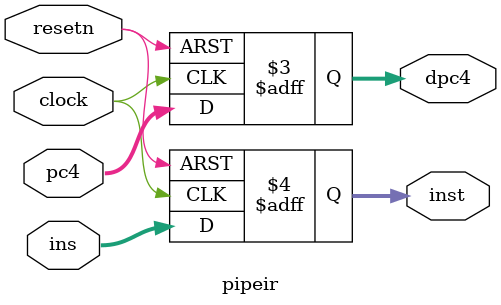
<source format=v>
module pipeir  ( pc4,ins,clock,resetn,dpc4,inst ); 

	input  [31:0] pc4,ins;
   input         clock,resetn;   
   
   output [31:0] dpc4,inst;
   
   wire   [31:0] ins ;
   wire          clock,resetn;
   reg    [31:0] inst,dpc4 ;
   
   always @ (negedge resetn or posedge clock)
      if ( resetn == 0) begin
         inst[31:0] <= 32'b0;
			dpc4[31:0] <= 32'b0;
      end else begin
         inst[31:0] <= ins[31:0];
			dpc4[31:0] <= pc4[31:0];
      end
		
endmodule
</source>
